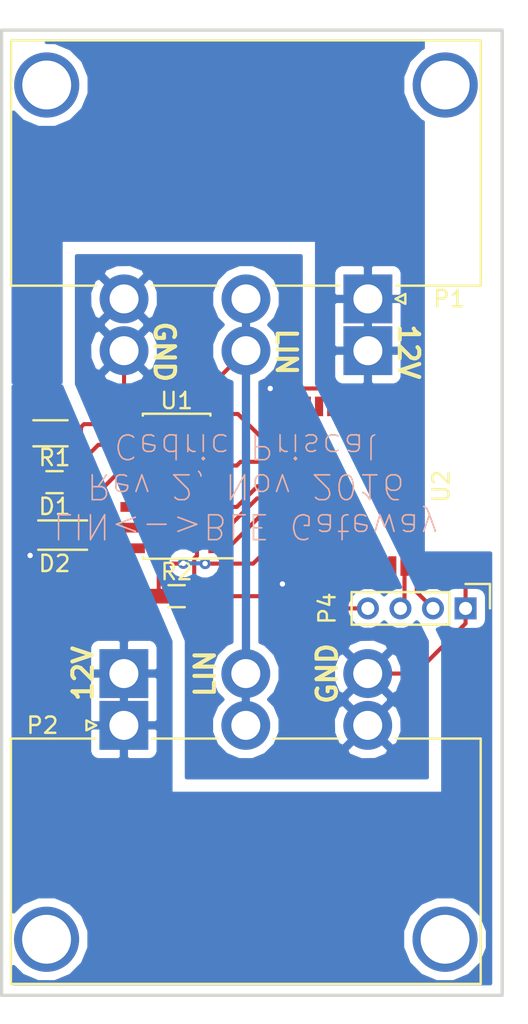
<source format=kicad_pcb>
(kicad_pcb (version 4) (host pcbnew 4.0.4+e1-6308~48~ubuntu16.04.1-stable)

  (general
    (links 33)
    (no_connects 0)
    (area 133.399999 74.399999 164.350001 133.850001)
    (thickness 1.6)
    (drawings 11)
    (tracks 95)
    (zones 0)
    (modules 9)
    (nets 13)
  )

  (page A4)
  (layers
    (0 F.Cu signal)
    (31 B.Cu signal)
    (32 B.Adhes user)
    (33 F.Adhes user)
    (34 B.Paste user)
    (35 F.Paste user)
    (36 B.SilkS user)
    (37 F.SilkS user)
    (38 B.Mask user)
    (39 F.Mask user)
    (40 Dwgs.User user)
    (41 Cmts.User user)
    (42 Eco1.User user)
    (43 Eco2.User user)
    (44 Edge.Cuts user)
    (45 Margin user)
    (46 B.CrtYd user)
    (47 F.CrtYd user)
    (48 B.Fab user)
    (49 F.Fab user)
  )

  (setup
    (last_trace_width 0.25)
    (trace_clearance 0.2)
    (zone_clearance 0.508)
    (zone_45_only no)
    (trace_min 0.1524)
    (segment_width 0.2)
    (edge_width 0.2)
    (via_size 0.6858)
    (via_drill 0.3302)
    (via_min_size 0.6858)
    (via_min_drill 0.3)
    (uvia_size 0.3)
    (uvia_drill 0.1)
    (uvias_allowed no)
    (uvia_min_size 0)
    (uvia_min_drill 0)
    (pcb_text_width 0.3)
    (pcb_text_size 1.5 1.5)
    (mod_edge_width 0.15)
    (mod_text_size 1 1)
    (mod_text_width 0.15)
    (pad_size 1.524 1.524)
    (pad_drill 0.762)
    (pad_to_mask_clearance 0.2)
    (aux_axis_origin 133.5 74.5)
    (visible_elements FFFEEFFF)
    (pcbplotparams
      (layerselection 0x00030_80000001)
      (usegerberextensions false)
      (excludeedgelayer true)
      (linewidth 0.100000)
      (plotframeref false)
      (viasonmask false)
      (mode 1)
      (useauxorigin false)
      (hpglpennumber 1)
      (hpglpenspeed 20)
      (hpglpendiameter 15)
      (hpglpenoverlay 2)
      (psnegative false)
      (psa4output false)
      (plotreference true)
      (plotvalue true)
      (plotinvisibletext false)
      (padsonsilk false)
      (subtractmaskfromsilk false)
      (outputformat 1)
      (mirror false)
      (drillshape 1)
      (scaleselection 1)
      (outputdirectory ""))
  )

  (net 0 "")
  (net 1 GND)
  (net 2 +12V)
  (net 3 "Net-(P4-Pad2)")
  (net 4 "Net-(P4-Pad3)")
  (net 5 "Net-(D1-Pad1)")
  (net 6 +3V3)
  (net 7 /CS/LWAKE)
  (net 8 /FAULT)
  (net 9 /VBAT_RATIO)
  (net 10 /RXD)
  (net 11 /TXD)
  (net 12 /12V_UNPROTECTED)

  (net_class Default "This is the default net class."
    (clearance 0.2)
    (trace_width 0.25)
    (via_dia 0.6858)
    (via_drill 0.3302)
    (uvia_dia 0.3)
    (uvia_drill 0.1)
    (add_net +12V)
    (add_net +3V3)
    (add_net /12V_UNPROTECTED)
    (add_net /CS/LWAKE)
    (add_net /FAULT)
    (add_net /RXD)
    (add_net /TXD)
    (add_net /VBAT_RATIO)
    (add_net GND)
    (add_net "Net-(D1-Pad1)")
    (add_net "Net-(P4-Pad2)")
    (add_net "Net-(P4-Pad3)")
  )

  (module Resistors_SMD:R_0603_HandSoldering (layer F.Cu) (tedit 5418A00F) (tstamp 58071F28)
    (at 144.25 109.25 180)
    (descr "Resistor SMD 0603, hand soldering")
    (tags "resistor 0603")
    (path /58073BC8)
    (attr smd)
    (fp_text reference R2 (at 0 1.5 180) (layer F.SilkS)
      (effects (font (size 1 1) (thickness 0.15)))
    )
    (fp_text value 10k (at 0 1.9 180) (layer F.Fab)
      (effects (font (size 1 1) (thickness 0.15)))
    )
    (fp_line (start -2 -0.8) (end 2 -0.8) (layer F.CrtYd) (width 0.05))
    (fp_line (start -2 0.8) (end 2 0.8) (layer F.CrtYd) (width 0.05))
    (fp_line (start -2 -0.8) (end -2 0.8) (layer F.CrtYd) (width 0.05))
    (fp_line (start 2 -0.8) (end 2 0.8) (layer F.CrtYd) (width 0.05))
    (fp_line (start 0.5 0.675) (end -0.5 0.675) (layer F.SilkS) (width 0.15))
    (fp_line (start -0.5 -0.675) (end 0.5 -0.675) (layer F.SilkS) (width 0.15))
    (pad 1 smd rect (at -1.1 0 180) (size 1.2 0.9) (layers F.Cu F.Paste F.Mask)
      (net 6 +3V3))
    (pad 2 smd rect (at 1.1 0 180) (size 1.2 0.9) (layers F.Cu F.Paste F.Mask)
      (net 8 /FAULT))
    (model Resistors_SMD.3dshapes/R_0603_HandSoldering.wrl
      (at (xyz 0 0 0))
      (scale (xyz 1 1 1))
      (rotate (xyz 0 0 0))
    )
  )

  (module footprints:BL652-SA (layer F.Cu) (tedit 580709F4) (tstamp 580718EF)
    (at 157.5 102.5 270)
    (path /5807152B)
    (fp_text reference U2 (at 0 -3 270) (layer F.SilkS)
      (effects (font (size 1 1) (thickness 0.15)))
    )
    (fp_text value BL652 (at -0.65 -3.3 270) (layer F.Fab)
      (effects (font (size 1 1) (thickness 0.15)))
    )
    (fp_line (start -5 7.3) (end -5 -6.7) (layer F.CrtYd) (width 0.15))
    (fp_line (start 5 7.3) (end -5 7.3) (layer F.CrtYd) (width 0.15))
    (fp_line (start 5 -6.7) (end 5 7.3) (layer F.CrtYd) (width 0.15))
    (fp_line (start 5 -6.7) (end -5 -6.7) (layer F.CrtYd) (width 0.15))
    (pad 1 smd rect (at 4.9 -4.5 270) (size 1.2 0.5) (layers F.Cu F.Paste F.Mask)
      (net 1 GND))
    (pad 2 smd rect (at 4.9 -3.75 270) (size 1.2 0.5) (layers F.Cu F.Paste F.Mask))
    (pad 3 smd rect (at 4.9 -3 270) (size 1.2 0.5) (layers F.Cu F.Paste F.Mask))
    (pad 4 smd rect (at 4.9 -2.25 270) (size 1.2 0.5) (layers F.Cu F.Paste F.Mask))
    (pad 5 smd rect (at 4.9 -1.5 270) (size 1.2 0.5) (layers F.Cu F.Paste F.Mask)
      (net 3 "Net-(P4-Pad2)"))
    (pad 6 smd rect (at 4.9 -0.75 270) (size 1.2 0.5) (layers F.Cu F.Paste F.Mask)
      (net 4 "Net-(P4-Pad3)"))
    (pad 7 smd rect (at 4.9 0 270) (size 1.2 0.5) (layers F.Cu F.Paste F.Mask))
    (pad 8 smd rect (at 4.9 0.75 270) (size 1.2 0.5) (layers F.Cu F.Paste F.Mask))
    (pad 9 smd rect (at 4.9 1.5 270) (size 1.2 0.5) (layers F.Cu F.Paste F.Mask))
    (pad 10 smd rect (at 4.9 2.25 270) (size 1.2 0.5) (layers F.Cu F.Paste F.Mask))
    (pad 11 smd rect (at 4.9 3 270) (size 1.2 0.5) (layers F.Cu F.Paste F.Mask))
    (pad 12 smd rect (at 4.9 3.75 270) (size 1.2 0.5) (layers F.Cu F.Paste F.Mask))
    (pad 13 smd rect (at 4.9 4.5 270) (size 1.2 0.5) (layers F.Cu F.Paste F.Mask))
    (pad 14 smd rect (at 4.9 5.25 270) (size 1.2 0.5) (layers F.Cu F.Paste F.Mask))
    (pad 15 smd rect (at 4.9 6 270) (size 1.2 0.5) (layers F.Cu F.Paste F.Mask))
    (pad 16 smd rect (at 4.9 6.75 270) (size 1.2 0.5) (layers F.Cu F.Paste F.Mask)
      (net 1 GND))
    (pad 17 smd rect (at 3.75 7.2 180) (size 1.2 0.5) (layers F.Cu F.Paste F.Mask)
      (net 8 /FAULT))
    (pad 18 smd rect (at 3 7.2 180) (size 1.2 0.5) (layers F.Cu F.Paste F.Mask))
    (pad 19 smd rect (at 2.25 7.2 180) (size 1.2 0.5) (layers F.Cu F.Paste F.Mask))
    (pad 20 smd rect (at 1.5 7.2 180) (size 1.2 0.5) (layers F.Cu F.Paste F.Mask)
      (net 9 /VBAT_RATIO))
    (pad 21 smd rect (at 0.75 7.2 180) (size 1.2 0.5) (layers F.Cu F.Paste F.Mask)
      (net 10 /RXD))
    (pad 22 smd rect (at 0 7.2 180) (size 1.2 0.5) (layers F.Cu F.Paste F.Mask)
      (net 7 /CS/LWAKE))
    (pad 23 smd rect (at -0.75 7.2 180) (size 1.2 0.5) (layers F.Cu F.Paste F.Mask))
    (pad 24 smd rect (at -1.5 7.2 180) (size 1.2 0.5) (layers F.Cu F.Paste F.Mask)
      (net 11 /TXD))
    (pad 25 smd rect (at -2.25 7.2 180) (size 1.2 0.5) (layers F.Cu F.Paste F.Mask))
    (pad 26 smd rect (at -3 7.2 180) (size 1.2 0.5) (layers F.Cu F.Paste F.Mask)
      (net 6 +3V3))
    (pad 27 smd rect (at -3.75 7.2 180) (size 1.2 0.5) (layers F.Cu F.Paste F.Mask)
      (net 1 GND))
    (pad 28 smd rect (at -4.9 6.75 270) (size 1.2 0.5) (layers F.Cu F.Paste F.Mask))
    (pad 29 smd rect (at -4.9 6 270) (size 1.2 0.5) (layers F.Cu F.Paste F.Mask))
    (pad 30 smd rect (at -4.9 5.25 270) (size 1.2 0.5) (layers F.Cu F.Paste F.Mask))
    (pad 31 smd rect (at -4.9 4.5 270) (size 1.2 0.5) (layers F.Cu F.Paste F.Mask))
    (pad 32 smd rect (at -4.9 3.75 270) (size 1.2 0.5) (layers F.Cu F.Paste F.Mask))
    (pad 33 smd rect (at -4.9 3 270) (size 1.2 0.5) (layers F.Cu F.Paste F.Mask))
    (pad 34 smd rect (at -4.9 2.25 270) (size 1.2 0.5) (layers F.Cu F.Paste F.Mask))
    (pad 35 smd rect (at -4.9 1.5 270) (size 1.2 0.5) (layers F.Cu F.Paste F.Mask))
    (pad 36 smd rect (at -4.9 0.75 270) (size 1.2 0.5) (layers F.Cu F.Paste F.Mask))
    (pad 37 smd rect (at -4.9 0 270) (size 1.2 0.5) (layers F.Cu F.Paste F.Mask))
    (pad 38 smd rect (at -4.9 -0.75 270) (size 1.2 0.5) (layers F.Cu F.Paste F.Mask))
    (pad 39 smd rect (at -4.9 -1.5 270) (size 1.2 0.5) (layers F.Cu F.Paste F.Mask)
      (net 1 GND))
  )

  (module Housings_SOIC:SOIC-14_3.9x8.7mm_Pitch1.27mm (layer F.Cu) (tedit 574D9791) (tstamp 580718C0)
    (at 144.25 102.5 180)
    (descr "14-Lead Plastic Small Outline (SL) - Narrow, 3.90 mm Body [SOIC] (see Microchip Packaging Specification 00000049BS.pdf)")
    (tags "SOIC 1.27")
    (path /5807224D)
    (attr smd)
    (fp_text reference U1 (at 0 5.25 180) (layer F.SilkS)
      (effects (font (size 1 1) (thickness 0.15)))
    )
    (fp_text value MCP2050 (at 0 5.375 180) (layer F.Fab)
      (effects (font (size 1 1) (thickness 0.15)))
    )
    (fp_line (start -0.95 -4.35) (end 1.95 -4.35) (layer F.Fab) (width 0.15))
    (fp_line (start 1.95 -4.35) (end 1.95 4.35) (layer F.Fab) (width 0.15))
    (fp_line (start 1.95 4.35) (end -1.95 4.35) (layer F.Fab) (width 0.15))
    (fp_line (start -1.95 4.35) (end -1.95 -3.35) (layer F.Fab) (width 0.15))
    (fp_line (start -1.95 -3.35) (end -0.95 -4.35) (layer F.Fab) (width 0.15))
    (fp_line (start -3.7 -4.65) (end -3.7 4.65) (layer F.CrtYd) (width 0.05))
    (fp_line (start 3.7 -4.65) (end 3.7 4.65) (layer F.CrtYd) (width 0.05))
    (fp_line (start -3.7 -4.65) (end 3.7 -4.65) (layer F.CrtYd) (width 0.05))
    (fp_line (start -3.7 4.65) (end 3.7 4.65) (layer F.CrtYd) (width 0.05))
    (fp_line (start -2.075 -4.45) (end -2.075 -4.425) (layer F.SilkS) (width 0.15))
    (fp_line (start 2.075 -4.45) (end 2.075 -4.335) (layer F.SilkS) (width 0.15))
    (fp_line (start 2.075 4.45) (end 2.075 4.335) (layer F.SilkS) (width 0.15))
    (fp_line (start -2.075 4.45) (end -2.075 4.335) (layer F.SilkS) (width 0.15))
    (fp_line (start -2.075 -4.45) (end 2.075 -4.45) (layer F.SilkS) (width 0.15))
    (fp_line (start -2.075 4.45) (end 2.075 4.45) (layer F.SilkS) (width 0.15))
    (fp_line (start -2.075 -4.425) (end -3.45 -4.425) (layer F.SilkS) (width 0.15))
    (pad 1 smd rect (at -2.7 -3.81 180) (size 1.5 0.6) (layers F.Cu F.Paste F.Mask)
      (net 9 /VBAT_RATIO))
    (pad 2 smd rect (at -2.7 -2.54 180) (size 1.5 0.6) (layers F.Cu F.Paste F.Mask)
      (net 10 /RXD))
    (pad 3 smd rect (at -2.7 -1.27 180) (size 1.5 0.6) (layers F.Cu F.Paste F.Mask)
      (net 7 /CS/LWAKE))
    (pad 4 smd rect (at -2.7 0 180) (size 1.5 0.6) (layers F.Cu F.Paste F.Mask)
      (net 6 +3V3))
    (pad 5 smd rect (at -2.7 1.27 180) (size 1.5 0.6) (layers F.Cu F.Paste F.Mask)
      (net 11 /TXD))
    (pad 6 smd rect (at -2.7 2.54 180) (size 1.5 0.6) (layers F.Cu F.Paste F.Mask))
    (pad 7 smd rect (at -2.7 3.81 180) (size 1.5 0.6) (layers F.Cu F.Paste F.Mask))
    (pad 8 smd rect (at 2.7 3.81 180) (size 1.5 0.6) (layers F.Cu F.Paste F.Mask)
      (net 1 GND))
    (pad 9 smd rect (at 2.7 2.54 180) (size 1.5 0.6) (layers F.Cu F.Paste F.Mask)
      (net 5 "Net-(D1-Pad1)"))
    (pad 10 smd rect (at 2.7 1.27 180) (size 1.5 0.6) (layers F.Cu F.Paste F.Mask)
      (net 2 +12V))
    (pad 11 smd rect (at 2.7 0 180) (size 1.5 0.6) (layers F.Cu F.Paste F.Mask)
      (net 8 /FAULT))
    (pad 12 smd rect (at 2.7 -1.27 180) (size 1.5 0.6) (layers F.Cu F.Paste F.Mask))
    (pad 13 smd rect (at 2.7 -2.54 180) (size 1.5 0.6) (layers F.Cu F.Paste F.Mask))
    (pad 14 smd rect (at 2.7 -3.81 180) (size 1.5 0.6) (layers F.Cu F.Paste F.Mask))
    (model Housings_SOIC.3dshapes/SOIC-14_3.9x8.7mm_Pitch1.27mm.wrl
      (at (xyz 0 0 0))
      (scale (xyz 1 1 1))
      (rotate (xyz 0 0 0))
    )
  )

  (module Diodes_SMD:SOD-323_HandSoldering (layer F.Cu) (tedit 57A875DC) (tstamp 580859B7)
    (at 136.75 99.25)
    (descr SOD-323)
    (tags SOD-323)
    (path /58088341)
    (attr smd)
    (fp_text reference D1 (at 0 4.5) (layer F.SilkS)
      (effects (font (size 1 1) (thickness 0.15)))
    )
    (fp_text value RSB36V (at 0.1 1.9) (layer F.Fab)
      (effects (font (size 1 1) (thickness 0.15)))
    )
    (fp_line (start 0.2 0) (end 0.45 0) (layer F.Fab) (width 0.15))
    (fp_line (start 0.2 0.35) (end -0.3 0) (layer F.Fab) (width 0.15))
    (fp_line (start 0.2 -0.35) (end 0.2 0.35) (layer F.Fab) (width 0.15))
    (fp_line (start -0.3 0) (end 0.2 -0.35) (layer F.Fab) (width 0.15))
    (fp_line (start -0.3 0) (end -0.5 0) (layer F.Fab) (width 0.15))
    (fp_line (start -0.3 -0.35) (end -0.3 0.35) (layer F.Fab) (width 0.15))
    (fp_line (start -0.85 0.65) (end -0.85 -0.65) (layer F.Fab) (width 0.15))
    (fp_line (start 0.85 0.65) (end -0.85 0.65) (layer F.Fab) (width 0.15))
    (fp_line (start 0.85 -0.65) (end 0.85 0.65) (layer F.Fab) (width 0.15))
    (fp_line (start -0.85 -0.65) (end 0.85 -0.65) (layer F.Fab) (width 0.15))
    (fp_line (start -1.9 -0.95) (end 1.9 -0.95) (layer F.CrtYd) (width 0.05))
    (fp_line (start 1.9 -0.95) (end 1.9 0.95) (layer F.CrtYd) (width 0.05))
    (fp_line (start -1.9 0.95) (end 1.9 0.95) (layer F.CrtYd) (width 0.05))
    (fp_line (start -1.9 -0.95) (end -1.9 0.95) (layer F.CrtYd) (width 0.05))
    (fp_line (start -1.3 0.8) (end 0.8 0.8) (layer F.SilkS) (width 0.15))
    (fp_line (start -1.3 -0.8) (end 0.8 -0.8) (layer F.SilkS) (width 0.15))
    (pad 1 smd rect (at -1.25 0) (size 1 1) (layers F.Cu F.Paste F.Mask)
      (net 5 "Net-(D1-Pad1)"))
    (pad 2 smd rect (at 1.25 0) (size 1 1) (layers F.Cu F.Paste F.Mask)
      (net 1 GND))
    (model Diodes_SMD.3dshapes/SOD-323.wrl
      (at (xyz 0 0 0))
      (scale (xyz 1 1 1))
      (rotate (xyz 0 0 180))
    )
  )

  (module Diodes_SMD:SOD-123 (layer F.Cu) (tedit 5753A53E) (tstamp 580859BD)
    (at 136.75 105.5 180)
    (descr SOD-123)
    (tags SOD-123)
    (path /58088008)
    (attr smd)
    (fp_text reference D2 (at 0 -1.75 180) (layer F.SilkS)
      (effects (font (size 1 1) (thickness 0.15)))
    )
    (fp_text value D (at 0 2.1 180) (layer F.Fab)
      (effects (font (size 1 1) (thickness 0.15)))
    )
    (fp_line (start 0.25 0) (end 0.75 0) (layer F.Fab) (width 0.15))
    (fp_line (start 0.25 0.4) (end -0.35 0) (layer F.Fab) (width 0.15))
    (fp_line (start 0.25 -0.4) (end 0.25 0.4) (layer F.Fab) (width 0.15))
    (fp_line (start -0.35 0) (end 0.25 -0.4) (layer F.Fab) (width 0.15))
    (fp_line (start -0.35 0) (end -0.35 0.55) (layer F.Fab) (width 0.15))
    (fp_line (start -0.35 0) (end -0.35 -0.55) (layer F.Fab) (width 0.15))
    (fp_line (start -0.75 0) (end -0.35 0) (layer F.Fab) (width 0.15))
    (fp_line (start -1.35 0.8) (end -1.35 -0.8) (layer F.Fab) (width 0.15))
    (fp_line (start 1.35 0.8) (end -1.35 0.8) (layer F.Fab) (width 0.15))
    (fp_line (start 1.35 -0.8) (end 1.35 0.8) (layer F.Fab) (width 0.15))
    (fp_line (start -1.35 -0.8) (end 1.35 -0.8) (layer F.Fab) (width 0.15))
    (fp_line (start -2.25 -1.05) (end 2.25 -1.05) (layer F.CrtYd) (width 0.05))
    (fp_line (start 2.25 -1.05) (end 2.25 1.05) (layer F.CrtYd) (width 0.05))
    (fp_line (start 2.25 1.05) (end -2.25 1.05) (layer F.CrtYd) (width 0.05))
    (fp_line (start -2.25 -1.05) (end -2.25 1.05) (layer F.CrtYd) (width 0.05))
    (fp_line (start -2 0.9) (end 1 0.9) (layer F.SilkS) (width 0.15))
    (fp_line (start -2 -0.9) (end 1 -0.9) (layer F.SilkS) (width 0.15))
    (pad 1 smd rect (at -1.635 0 180) (size 0.91 1.22) (layers F.Cu F.Paste F.Mask)
      (net 2 +12V))
    (pad 2 smd rect (at 1.635 0 180) (size 0.91 1.22) (layers F.Cu F.Paste F.Mask)
      (net 12 /12V_UNPROTECTED))
    (model ${KISYS3DMOD}/Diodes_SMD.3dshapes/SOD-123.wrl
      (at (xyz 0 0 0))
      (scale (xyz 1 1 1))
      (rotate (xyz 0 0 0))
    )
  )

  (module Pin_Headers:Pin_Header_Straight_1x04_Pitch2.00mm (layer F.Cu) (tedit 56FA75DA) (tstamp 58085EF5)
    (at 162 110 270)
    (descr "Through hole pin header, 1x04, 2.00mm pitch, single row")
    (tags "pin header single row")
    (path /580874C5)
    (fp_text reference P4 (at 0 8.5 270) (layer F.SilkS)
      (effects (font (size 1 1) (thickness 0.15)))
    )
    (fp_text value CONN_01X03 (at 0 -3 270) (layer F.Fab)
      (effects (font (size 1 1) (thickness 0.15)))
    )
    (fp_line (start -1 1) (end 1 1) (layer F.SilkS) (width 0.15))
    (fp_line (start 1 1) (end 1 7) (layer F.SilkS) (width 0.15))
    (fp_line (start 1 7) (end -1 7) (layer F.SilkS) (width 0.15))
    (fp_line (start -1 7) (end -1 1) (layer F.SilkS) (width 0.15))
    (fp_line (start -1.6 -1.6) (end 1.6 -1.6) (layer F.CrtYd) (width 0.05))
    (fp_line (start 1.6 -1.6) (end 1.6 7.6) (layer F.CrtYd) (width 0.05))
    (fp_line (start 1.6 7.6) (end -1.6 7.6) (layer F.CrtYd) (width 0.05))
    (fp_line (start -1.6 7.6) (end -1.6 -1.6) (layer F.CrtYd) (width 0.05))
    (fp_line (start -1.5 0) (end -1.5 -1.5) (layer F.SilkS) (width 0.15))
    (fp_line (start -1.5 -1.5) (end 0 -1.5) (layer F.SilkS) (width 0.15))
    (pad 1 thru_hole rect (at 0 0 270) (size 1.35 1.35) (drill 0.8) (layers *.Cu *.Mask)
      (net 1 GND))
    (pad 2 thru_hole circle (at 0 2 270) (size 1.35 1.35) (drill 0.8) (layers *.Cu *.Mask)
      (net 3 "Net-(P4-Pad2)"))
    (pad 3 thru_hole circle (at 0 4 270) (size 1.35 1.35) (drill 0.8) (layers *.Cu *.Mask)
      (net 4 "Net-(P4-Pad3)"))
    (pad 4 thru_hole circle (at 0 6 270) (size 1.35 1.35) (drill 0.8) (layers *.Cu *.Mask)
      (net 6 +3V3))
    (model /home/cpriscal/Projets/lin_modules/lin_bluetooth_gateway/Pin_Header_Straight_1x04_Pitch2.00mm.wrl
      (at (xyz 0 0 0))
      (scale (xyz 1 1 1))
      (rotate (xyz 0 0 0))
    )
  )

  (module Resistors_SMD:R_0603_HandSoldering (layer F.Cu) (tedit 58307AEF) (tstamp 583D1F64)
    (at 136.75 102.25)
    (descr "Resistor SMD 0603, hand soldering")
    (tags "resistor 0603")
    (path /583D2468)
    (attr smd)
    (fp_text reference R1 (at 0 -1.5) (layer F.SilkS)
      (effects (font (size 1 1) (thickness 0.15)))
    )
    (fp_text value 10k (at 0 1.9) (layer F.Fab)
      (effects (font (size 1 1) (thickness 0.15)))
    )
    (fp_line (start -0.8 0.4) (end -0.8 -0.4) (layer F.Fab) (width 0.1))
    (fp_line (start 0.8 0.4) (end -0.8 0.4) (layer F.Fab) (width 0.1))
    (fp_line (start 0.8 -0.4) (end 0.8 0.4) (layer F.Fab) (width 0.1))
    (fp_line (start -0.8 -0.4) (end 0.8 -0.4) (layer F.Fab) (width 0.1))
    (fp_line (start -2 -0.8) (end 2 -0.8) (layer F.CrtYd) (width 0.05))
    (fp_line (start -2 0.8) (end 2 0.8) (layer F.CrtYd) (width 0.05))
    (fp_line (start -2 -0.8) (end -2 0.8) (layer F.CrtYd) (width 0.05))
    (fp_line (start 2 -0.8) (end 2 0.8) (layer F.CrtYd) (width 0.05))
    (fp_line (start 0.5 0.675) (end -0.5 0.675) (layer F.SilkS) (width 0.15))
    (fp_line (start -0.5 -0.675) (end 0.5 -0.675) (layer F.SilkS) (width 0.15))
    (pad 1 smd rect (at -1.1 0) (size 1.2 0.9) (layers F.Cu F.Paste F.Mask)
      (net 2 +12V))
    (pad 2 smd rect (at 1.1 0) (size 1.2 0.9) (layers F.Cu F.Paste F.Mask)
      (net 5 "Net-(D1-Pad1)"))
    (model Resistors_SMD.3dshapes/R_0603_HandSoldering.wrl
      (at (xyz 0 0 0))
      (scale (xyz 1 1 1))
      (rotate (xyz 0 0 0))
    )
  )

  (module Connectors_Molex:Molex_Sabre_43160-XX03_03x7.49mm_Angled_BoardLock (layer F.Cu) (tedit 5794C14F) (tstamp 583D3374)
    (at 156 91 180)
    (descr "Sabre™ Right Angle Header, 43160-XX03, http://www.molex.com/pdm_docs/sd/431601102_sd.pdf")
    (tags "connector molex sabre 43160")
    (path /583D301B)
    (fp_text reference P1 (at -5 0 180) (layer F.SilkS)
      (effects (font (size 1 1) (thickness 0.15)))
    )
    (fp_text value MOLEX-0431603103 (at 7.49 17.5 180) (layer F.Fab)
      (effects (font (size 1 1) (thickness 0.15)))
    )
    (fp_line (start -1.7 0) (end -2.3 0.3) (layer F.SilkS) (width 0.15))
    (fp_line (start -2.3 0.3) (end -2.3 -0.3) (layer F.SilkS) (width 0.15))
    (fp_line (start -2.3 -0.3) (end -1.7 0) (layer F.SilkS) (width 0.15))
    (fp_line (start -6.94 0.81) (end -6.94 15.87) (layer F.SilkS) (width 0.15))
    (fp_line (start -6.94 15.87) (end 21.92 15.87) (layer F.SilkS) (width 0.15))
    (fp_line (start 21.92 15.87) (end 21.92 0.81) (layer F.SilkS) (width 0.15))
    (fp_line (start -6.94 0.81) (end -1.75 0.81) (layer F.SilkS) (width 0.15))
    (fp_line (start 1.75 0.81) (end 5.74 0.81) (layer F.SilkS) (width 0.15))
    (fp_line (start 9.24 0.81) (end 13.23 0.81) (layer F.SilkS) (width 0.15))
    (fp_line (start 16.73 0.81) (end 21.92 0.81) (layer F.SilkS) (width 0.15))
    (fp_line (start -7.55 -5.2) (end -7.55 16.45) (layer F.CrtYd) (width 0.05))
    (fp_line (start -7.55 16.45) (end 22.5 16.45) (layer F.CrtYd) (width 0.05))
    (fp_line (start 22.5 16.45) (end 22.5 -5.2) (layer F.CrtYd) (width 0.05))
    (fp_line (start 22.5 -5.2) (end -7.55 -5.2) (layer F.CrtYd) (width 0.05))
    (pad 1 thru_hole rect (at 0 0 180) (size 3 3) (drill 1.78) (layers *.Cu *.Mask)
      (net 12 /12V_UNPROTECTED))
    (pad 1 thru_hole rect (at 0 -3.18 180) (size 3 3) (drill 1.78) (layers *.Cu *.Mask)
      (net 12 /12V_UNPROTECTED))
    (pad 2 thru_hole circle (at 7.49 0 180) (size 3 3) (drill 1.78) (layers *.Cu *.Mask)
      (net 5 "Net-(D1-Pad1)"))
    (pad 2 thru_hole circle (at 7.49 -3.18 180) (size 3 3) (drill 1.78) (layers *.Cu *.Mask)
      (net 5 "Net-(D1-Pad1)"))
    (pad 3 thru_hole circle (at 14.98 0 180) (size 3 3) (drill 1.78) (layers *.Cu *.Mask)
      (net 1 GND))
    (pad 3 thru_hole circle (at 14.98 -3.18 180) (size 3 3) (drill 1.78) (layers *.Cu *.Mask)
      (net 1 GND))
    (pad "" thru_hole circle (at -4.75 13.13 180) (size 4 4) (drill 3) (layers *.Cu *.Mask))
    (pad "" thru_hole circle (at 19.73 13.13 180) (size 4 4) (drill 3) (layers *.Cu *.Mask))
    (model /home/cpriscal/Projets/lin_modules/lin_bluetooth_gateway/Molex_Sabre_43160-XX03_03x7.49mm_Angled_BoardLock.wrl
      (at (xyz 0 0 0))
      (scale (xyz 1 1 1))
      (rotate (xyz 0 0 0))
    )
  )

  (module Connectors_Molex:Molex_Sabre_43160-XX03_03x7.49mm_Angled_BoardLock (layer F.Cu) (tedit 5794C14F) (tstamp 583FBBC9)
    (at 141.01 117.18)
    (descr "Sabre™ Right Angle Header, 43160-XX03, http://www.molex.com/pdm_docs/sd/431601102_sd.pdf")
    (tags "connector molex sabre 43160")
    (path /583FBC94)
    (fp_text reference P2 (at -5 0) (layer F.SilkS)
      (effects (font (size 1 1) (thickness 0.15)))
    )
    (fp_text value MOLEX-0431603103 (at 7.49 17.5) (layer F.Fab)
      (effects (font (size 1 1) (thickness 0.15)))
    )
    (fp_line (start -1.7 0) (end -2.3 0.3) (layer F.SilkS) (width 0.15))
    (fp_line (start -2.3 0.3) (end -2.3 -0.3) (layer F.SilkS) (width 0.15))
    (fp_line (start -2.3 -0.3) (end -1.7 0) (layer F.SilkS) (width 0.15))
    (fp_line (start -6.94 0.81) (end -6.94 15.87) (layer F.SilkS) (width 0.15))
    (fp_line (start -6.94 15.87) (end 21.92 15.87) (layer F.SilkS) (width 0.15))
    (fp_line (start 21.92 15.87) (end 21.92 0.81) (layer F.SilkS) (width 0.15))
    (fp_line (start -6.94 0.81) (end -1.75 0.81) (layer F.SilkS) (width 0.15))
    (fp_line (start 1.75 0.81) (end 5.74 0.81) (layer F.SilkS) (width 0.15))
    (fp_line (start 9.24 0.81) (end 13.23 0.81) (layer F.SilkS) (width 0.15))
    (fp_line (start 16.73 0.81) (end 21.92 0.81) (layer F.SilkS) (width 0.15))
    (fp_line (start -7.55 -5.2) (end -7.55 16.45) (layer F.CrtYd) (width 0.05))
    (fp_line (start -7.55 16.45) (end 22.5 16.45) (layer F.CrtYd) (width 0.05))
    (fp_line (start 22.5 16.45) (end 22.5 -5.2) (layer F.CrtYd) (width 0.05))
    (fp_line (start 22.5 -5.2) (end -7.55 -5.2) (layer F.CrtYd) (width 0.05))
    (pad 1 thru_hole rect (at 0 0) (size 3 3) (drill 1.78) (layers *.Cu *.Mask)
      (net 12 /12V_UNPROTECTED))
    (pad 1 thru_hole rect (at 0 -3.18) (size 3 3) (drill 1.78) (layers *.Cu *.Mask)
      (net 12 /12V_UNPROTECTED))
    (pad 2 thru_hole circle (at 7.49 0) (size 3 3) (drill 1.78) (layers *.Cu *.Mask)
      (net 5 "Net-(D1-Pad1)"))
    (pad 2 thru_hole circle (at 7.49 -3.18) (size 3 3) (drill 1.78) (layers *.Cu *.Mask)
      (net 5 "Net-(D1-Pad1)"))
    (pad 3 thru_hole circle (at 14.98 0) (size 3 3) (drill 1.78) (layers *.Cu *.Mask)
      (net 1 GND))
    (pad 3 thru_hole circle (at 14.98 -3.18) (size 3 3) (drill 1.78) (layers *.Cu *.Mask)
      (net 1 GND))
    (pad "" thru_hole circle (at -4.75 13.13) (size 4 4) (drill 3) (layers *.Cu *.Mask))
    (pad "" thru_hole circle (at 19.73 13.13) (size 4 4) (drill 3) (layers *.Cu *.Mask))
    (model /home/cpriscal/Projets/lin_modules/lin_bluetooth_gateway/Molex_Sabre_43160-XX03_03x7.49mm_Angled_BoardLock.wrl
      (at (xyz 0 0 0))
      (scale (xyz 1 1 1))
      (rotate (xyz 0 0 0))
    )
  )

  (gr_text 12V (at 158.5 94.25 270) (layer F.SilkS) (tstamp 583FCF22)
    (effects (font (size 1.2 1.2) (thickness 0.25)))
  )
  (gr_text LIN (at 151 94.25 270) (layer F.SilkS) (tstamp 583FCF0D)
    (effects (font (size 1.2 1.2) (thickness 0.25)))
  )
  (gr_text GND (at 143.5 94.25 270) (layer F.SilkS) (tstamp 583FCEF7)
    (effects (font (size 1.2 1.2) (thickness 0.25)))
  )
  (gr_line (start 133.5 133.75) (end 133.5 74.5) (layer Edge.Cuts) (width 0.2))
  (gr_line (start 164.25 133.75) (end 133.5 133.75) (layer Edge.Cuts) (width 0.2))
  (gr_line (start 164.25 74.5) (end 164.25 133.75) (layer Edge.Cuts) (width 0.2))
  (gr_line (start 133.5 74.5) (end 164.25 74.5) (layer Edge.Cuts) (width 0.2))
  (gr_text "LIN<->BLE Gateway\nRev 2, Nov 2016\nCedric Priscal" (at 148.5 102.5 180) (layer B.SilkS)
    (effects (font (thickness 0.1016)) (justify mirror))
  )
  (gr_text 12V (at 138.5 114 90) (layer F.SilkS) (tstamp 580866BB)
    (effects (font (size 1.2 1.2) (thickness 0.25)))
  )
  (gr_text GND (at 153.5 114 90) (layer F.SilkS) (tstamp 580866A5)
    (effects (font (size 1.2 1.2) (thickness 0.25)))
  )
  (gr_text LIN (at 146 114 90) (layer F.SilkS) (tstamp 58086673)
    (effects (font (size 1.2 1.2) (thickness 0.25)))
  )

  (segment (start 164.25 111) (end 164.25 96.25) (width 0.25) (layer Dwgs.User) (net 0))
  (segment (start 164.25 96.5) (end 164.25 111) (width 0.25) (layer Dwgs.User) (net 0))
  (segment (start 141.02 94.18) (end 141.02 98.16) (width 0.25) (layer F.Cu) (net 1))
  (segment (start 141.02 98.16) (end 141.55 98.69) (width 0.25) (layer F.Cu) (net 1))
  (segment (start 150.3 98.75) (end 149.95 98.75) (width 0.25) (layer F.Cu) (net 1))
  (segment (start 149.95 98.75) (end 149.45 98.25) (width 0.25) (layer F.Cu) (net 1))
  (segment (start 149.657101 96.842899) (end 150 96.5) (width 0.25) (layer F.Cu) (net 1))
  (segment (start 149.45 98.25) (end 149.45 97.05) (width 0.25) (layer F.Cu) (net 1))
  (segment (start 149.45 97.05) (end 149.657101 96.842899) (width 0.25) (layer F.Cu) (net 1))
  (segment (start 159 97.6) (end 159 96.75) (width 0.25) (layer F.Cu) (net 1))
  (segment (start 159 96.75) (end 158.75 96.5) (width 0.25) (layer F.Cu) (net 1))
  (segment (start 158.75 96.5) (end 150 96.5) (width 0.25) (layer F.Cu) (net 1))
  (via (at 150 96.5) (size 0.6858) (drill 0.3302) (layers F.Cu B.Cu) (net 1))
  (segment (start 150.75 107.4) (end 150.75 108.5) (width 0.25) (layer F.Cu) (net 1))
  (via (at 150.75 108.5) (size 0.6858) (drill 0.3302) (layers F.Cu B.Cu) (net 1))
  (segment (start 162 110) (end 162 110.925) (width 0.25) (layer F.Cu) (net 1))
  (segment (start 162 110.925) (end 158.925 114) (width 0.25) (layer F.Cu) (net 1))
  (segment (start 158.925 114) (end 158.11132 114) (width 0.25) (layer F.Cu) (net 1))
  (segment (start 158.11132 114) (end 155.99 114) (width 0.25) (layer F.Cu) (net 1))
  (segment (start 155.99 113.74) (end 155.99 114) (width 0.25) (layer B.Cu) (net 1))
  (segment (start 162 110) (end 162 107.4) (width 0.25) (layer F.Cu) (net 1))
  (segment (start 141.55 98.69) (end 138.56 98.69) (width 0.25) (layer F.Cu) (net 1))
  (segment (start 138.56 98.69) (end 138 99.25) (width 0.25) (layer F.Cu) (net 1))
  (segment (start 141.55 101.23) (end 141.1 101.23) (width 0.25) (layer F.Cu) (net 2))
  (segment (start 141.1 101.23) (end 138.385 103.945) (width 0.25) (layer F.Cu) (net 2))
  (segment (start 138.385 103.945) (end 138.385 104.64) (width 0.25) (layer F.Cu) (net 2))
  (segment (start 138.385 104.64) (end 138.385 105.5) (width 0.25) (layer F.Cu) (net 2))
  (segment (start 135.65 102.25) (end 135.8 102.25) (width 0.25) (layer F.Cu) (net 2))
  (segment (start 135.8 102.25) (end 138.385 104.835) (width 0.25) (layer F.Cu) (net 2))
  (segment (start 138.385 104.835) (end 138.385 105.5) (width 0.25) (layer F.Cu) (net 2))
  (segment (start 160 110) (end 159 109) (width 0.25) (layer F.Cu) (net 3))
  (segment (start 159 109) (end 159 107.4) (width 0.25) (layer F.Cu) (net 3))
  (segment (start 158 110) (end 158.25 109.75) (width 0.25) (layer F.Cu) (net 4))
  (segment (start 158.25 109.75) (end 158.25 108.25) (width 0.25) (layer F.Cu) (net 4))
  (segment (start 158.25 108.25) (end 158.25 107.4) (width 0.25) (layer F.Cu) (net 4))
  (segment (start 141.55 99.96) (end 142.73 99.96) (width 0.25) (layer F.Cu) (net 5))
  (segment (start 142.73 99.96) (end 148.51 94.18) (width 0.25) (layer F.Cu) (net 5))
  (segment (start 148.51 94.18) (end 148.51 100) (width 0.508) (layer B.Cu) (net 5))
  (segment (start 148.51 100) (end 148.51 113.99) (width 0.508) (layer B.Cu) (net 5))
  (segment (start 141.55 99.96) (end 139.44 99.96) (width 0.25) (layer F.Cu) (net 5))
  (segment (start 139.44 99.96) (end 137.85 101.55) (width 0.25) (layer F.Cu) (net 5))
  (segment (start 137.85 101.55) (end 137.85 102.25) (width 0.25) (layer F.Cu) (net 5))
  (segment (start 135.5 99.25) (end 136.25 99.25) (width 0.25) (layer F.Cu) (net 5))
  (segment (start 137.85 100.85) (end 137.85 101.55) (width 0.25) (layer F.Cu) (net 5))
  (segment (start 136.25 99.25) (end 137.85 100.85) (width 0.25) (layer F.Cu) (net 5))
  (segment (start 148.5 114) (end 148.5 117.18) (width 0.508) (layer B.Cu) (net 5))
  (segment (start 148.51 113.99) (end 148.5 114) (width 0.25) (layer B.Cu) (net 5))
  (segment (start 148.51 91) (end 148.51 94.18) (width 0.508) (layer B.Cu) (net 5))
  (segment (start 145.35 108.55) (end 145.332098 108.532098) (width 0.25) (layer F.Cu) (net 6))
  (segment (start 145.5 106.761502) (end 145.5 102.5) (width 0.25) (layer F.Cu) (net 6))
  (segment (start 145.332098 108.532098) (end 145.332098 106.929404) (width 0.25) (layer F.Cu) (net 6))
  (segment (start 145.332098 106.929404) (end 145.5 106.761502) (width 0.25) (layer F.Cu) (net 6))
  (segment (start 145.35 109.25) (end 145.35 108.55) (width 0.25) (layer F.Cu) (net 6))
  (segment (start 156 110) (end 150.25 110) (width 0.25) (layer F.Cu) (net 6))
  (segment (start 150.25 110) (end 149.5 109.25) (width 0.25) (layer F.Cu) (net 6))
  (segment (start 149.5 109.25) (end 145.35 109.25) (width 0.25) (layer F.Cu) (net 6))
  (segment (start 145.5 102.5) (end 145.5 98.504998) (width 0.25) (layer F.Cu) (net 6))
  (segment (start 145.5 98.504998) (end 145.939999 98.064999) (width 0.25) (layer F.Cu) (net 6))
  (segment (start 145.939999 98.064999) (end 148.014999 98.064999) (width 0.25) (layer F.Cu) (net 6))
  (segment (start 148.014999 98.064999) (end 149.45 99.5) (width 0.25) (layer F.Cu) (net 6))
  (segment (start 149.45 99.5) (end 150.3 99.5) (width 0.25) (layer F.Cu) (net 6))
  (segment (start 145.5 102.5) (end 146.95 102.5) (width 0.25) (layer F.Cu) (net 6))
  (segment (start 146.95 103.77) (end 147.95 103.77) (width 0.25) (layer F.Cu) (net 7))
  (segment (start 147.95 103.77) (end 149.22 102.5) (width 0.25) (layer F.Cu) (net 7))
  (segment (start 149.22 102.5) (end 149.45 102.5) (width 0.25) (layer F.Cu) (net 7))
  (segment (start 149.45 102.5) (end 150.3 102.5) (width 0.25) (layer F.Cu) (net 7))
  (segment (start 143.15 107.75) (end 143.15 107.25) (width 0.25) (layer F.Cu) (net 8))
  (segment (start 143.15 107.25) (end 143.15 102.5) (width 0.25) (layer F.Cu) (net 8))
  (segment (start 143.25 107.25) (end 143.15 107.25) (width 0.25) (layer F.Cu) (net 8))
  (segment (start 143.25 107.25) (end 144.646876 107.25) (width 0.25) (layer F.Cu) (net 8))
  (segment (start 144.646876 107.25) (end 144.664189 107.232687) (width 0.25) (layer F.Cu) (net 8))
  (segment (start 150.3 106.25) (end 149.95 106.25) (width 0.25) (layer F.Cu) (net 8))
  (segment (start 148.95 107.25) (end 146.000012 107.25) (width 0.25) (layer F.Cu) (net 8))
  (segment (start 149.95 106.25) (end 148.95 107.25) (width 0.25) (layer F.Cu) (net 8))
  (segment (start 146.000012 107.25) (end 146 107.249988) (width 0.25) (layer F.Cu) (net 8))
  (segment (start 145.982699 107.232687) (end 146 107.249988) (width 0.25) (layer B.Cu) (net 8))
  (segment (start 144.664189 107.232687) (end 145.982699 107.232687) (width 0.25) (layer B.Cu) (net 8))
  (via (at 146 107.249988) (size 0.6858) (drill 0.3302) (layers F.Cu B.Cu) (net 8))
  (via (at 144.664189 107.232687) (size 0.6858) (drill 0.3302) (layers F.Cu B.Cu) (net 8))
  (segment (start 143.15 102.5) (end 141.55 102.5) (width 0.25) (layer F.Cu) (net 8))
  (segment (start 143.15 109.25) (end 143.15 107.75) (width 0.25) (layer F.Cu) (net 8))
  (segment (start 146.95 106.31) (end 147.4 106.31) (width 0.25) (layer F.Cu) (net 9))
  (segment (start 147.4 106.31) (end 149.71 104) (width 0.25) (layer F.Cu) (net 9))
  (segment (start 149.71 104) (end 150.3 104) (width 0.25) (layer F.Cu) (net 9))
  (segment (start 146.95 105.04) (end 147.4 105.04) (width 0.25) (layer F.Cu) (net 10))
  (segment (start 147.4 105.04) (end 149.19 103.25) (width 0.25) (layer F.Cu) (net 10))
  (segment (start 149.19 103.25) (end 149.45 103.25) (width 0.25) (layer F.Cu) (net 10))
  (segment (start 149.45 103.25) (end 150.3 103.25) (width 0.25) (layer F.Cu) (net 10))
  (segment (start 146.95 101.23) (end 147.95 101.23) (width 0.25) (layer F.Cu) (net 11))
  (segment (start 147.95 101.23) (end 148.18 101) (width 0.25) (layer F.Cu) (net 11))
  (segment (start 148.18 101) (end 149.45 101) (width 0.25) (layer F.Cu) (net 11))
  (segment (start 149.45 101) (end 150.3 101) (width 0.25) (layer F.Cu) (net 11))
  (segment (start 135.115 105.5) (end 135.115 106.615) (width 0.25) (layer F.Cu) (net 12))
  (segment (start 135.115 106.615) (end 135.25 106.75) (width 0.25) (layer F.Cu) (net 12))
  (via (at 135.25 106.75) (size 0.6858) (drill 0.3302) (layers F.Cu B.Cu) (net 12))

  (zone (net 1) (net_name GND) (layer B.Cu) (tstamp 0) (hatch edge 0.508)
    (connect_pads (clearance 0.508))
    (min_thickness 0.254)
    (fill yes (arc_segments 16) (thermal_gap 0.508) (thermal_bridge_width 0.508))
    (polygon
      (pts
        (xy 138 88.25) (xy 152 88.25) (xy 152 96.25) (xy 159.75 112) (xy 159.75 120.5)
        (xy 144.75 120.5) (xy 144.75 112) (xy 138 96.25)
      )
    )
    (filled_polygon
      (pts
        (xy 151.873 96.25) (xy 151.886048 96.306071) (xy 157.979719 108.689982) (xy 157.740568 108.689774) (xy 157.258914 108.888789)
        (xy 156.999871 109.14738) (xy 156.743024 108.890084) (xy 156.261718 108.690228) (xy 155.740568 108.689774) (xy 155.258914 108.888789)
        (xy 154.890084 109.256976) (xy 154.690228 109.738282) (xy 154.689774 110.259432) (xy 154.888789 110.741086) (xy 155.256976 111.109916)
        (xy 155.738282 111.309772) (xy 156.259432 111.310226) (xy 156.741086 111.111211) (xy 157.000129 110.85262) (xy 157.256976 111.109916)
        (xy 157.738282 111.309772) (xy 158.259432 111.310226) (xy 158.741086 111.111211) (xy 159.000129 110.85262) (xy 159.086398 110.939039)
        (xy 159.623 112.029554) (xy 159.623 120.373) (xy 144.877 120.373) (xy 144.877 114.422815) (xy 146.36463 114.422815)
        (xy 146.68898 115.2078) (xy 147.070654 115.59014) (xy 146.691091 115.969041) (xy 146.365372 116.753459) (xy 146.36463 117.602815)
        (xy 146.68898 118.3878) (xy 147.289041 118.988909) (xy 148.073459 119.314628) (xy 148.922815 119.31537) (xy 149.7078 118.99102)
        (xy 150.005368 118.69397) (xy 154.655635 118.69397) (xy 154.815418 119.012739) (xy 155.606187 119.322723) (xy 156.455387 119.306497)
        (xy 157.164582 119.012739) (xy 157.324365 118.69397) (xy 155.99 117.359605) (xy 154.655635 118.69397) (xy 150.005368 118.69397)
        (xy 150.308909 118.390959) (xy 150.634628 117.606541) (xy 150.635335 116.796187) (xy 153.847277 116.796187) (xy 153.863503 117.645387)
        (xy 154.157261 118.354582) (xy 154.47603 118.514365) (xy 155.810395 117.18) (xy 156.169605 117.18) (xy 157.50397 118.514365)
        (xy 157.822739 118.354582) (xy 158.132723 117.563813) (xy 158.116497 116.714613) (xy 157.822739 116.005418) (xy 157.50397 115.845635)
        (xy 156.169605 117.18) (xy 155.810395 117.18) (xy 154.47603 115.845635) (xy 154.157261 116.005418) (xy 153.847277 116.796187)
        (xy 150.635335 116.796187) (xy 150.63537 116.757185) (xy 150.31102 115.9722) (xy 149.929346 115.58986) (xy 150.005368 115.51397)
        (xy 154.655635 115.51397) (xy 154.693745 115.59) (xy 154.655635 115.66603) (xy 154.808457 115.818852) (xy 154.815418 115.832739)
        (xy 154.82681 115.837205) (xy 155.99 117.000395) (xy 157.152759 115.837636) (xy 157.164582 115.832739) (xy 157.171543 115.818852)
        (xy 157.324365 115.66603) (xy 157.286255 115.59) (xy 157.324365 115.51397) (xy 157.171543 115.361148) (xy 157.164582 115.347261)
        (xy 157.15319 115.342795) (xy 155.99 114.179605) (xy 154.827241 115.342364) (xy 154.815418 115.347261) (xy 154.808457 115.361148)
        (xy 154.655635 115.51397) (xy 150.005368 115.51397) (xy 150.308909 115.210959) (xy 150.634628 114.426541) (xy 150.635335 113.616187)
        (xy 153.847277 113.616187) (xy 153.863503 114.465387) (xy 154.157261 115.174582) (xy 154.47603 115.334365) (xy 155.810395 114)
        (xy 156.169605 114) (xy 157.50397 115.334365) (xy 157.822739 115.174582) (xy 158.132723 114.383813) (xy 158.116497 113.534613)
        (xy 157.822739 112.825418) (xy 157.50397 112.665635) (xy 156.169605 114) (xy 155.810395 114) (xy 154.47603 112.665635)
        (xy 154.157261 112.825418) (xy 153.847277 113.616187) (xy 150.635335 113.616187) (xy 150.63537 113.577185) (xy 150.31102 112.7922)
        (xy 150.005384 112.48603) (xy 154.655635 112.48603) (xy 155.99 113.820395) (xy 157.324365 112.48603) (xy 157.164582 112.167261)
        (xy 156.373813 111.857277) (xy 155.524613 111.873503) (xy 154.815418 112.167261) (xy 154.655635 112.48603) (xy 150.005384 112.48603)
        (xy 149.710959 112.191091) (xy 149.399 112.061554) (xy 149.399 96.122746) (xy 149.7178 95.99102) (xy 150.318909 95.390959)
        (xy 150.644628 94.606541) (xy 150.64537 93.757185) (xy 150.32102 92.9722) (xy 149.939346 92.58986) (xy 150.318909 92.210959)
        (xy 150.644628 91.426541) (xy 150.64537 90.577185) (xy 150.32102 89.7922) (xy 149.720959 89.191091) (xy 148.936541 88.865372)
        (xy 148.087185 88.86463) (xy 147.3022 89.18898) (xy 146.701091 89.789041) (xy 146.375372 90.573459) (xy 146.37463 91.422815)
        (xy 146.69898 92.2078) (xy 147.080654 92.59014) (xy 146.701091 92.969041) (xy 146.375372 93.753459) (xy 146.37463 94.602815)
        (xy 146.69898 95.3878) (xy 147.299041 95.988909) (xy 147.621 96.122598) (xy 147.621 112.053122) (xy 147.2922 112.18898)
        (xy 146.691091 112.789041) (xy 146.365372 113.573459) (xy 146.36463 114.422815) (xy 144.877 114.422815) (xy 144.877 112)
        (xy 144.866731 111.949972) (xy 142.928036 107.42635) (xy 143.68612 107.42635) (xy 143.834682 107.785899) (xy 144.10953 108.061227)
        (xy 144.468819 108.210417) (xy 144.857852 108.210756) (xy 145.217401 108.062194) (xy 145.287029 107.992687) (xy 145.35965 107.992687)
        (xy 145.445341 108.078528) (xy 145.80463 108.227718) (xy 146.193663 108.228057) (xy 146.553212 108.079495) (xy 146.82854 107.804647)
        (xy 146.97773 107.445358) (xy 146.978069 107.056325) (xy 146.829507 106.696776) (xy 146.554659 106.421448) (xy 146.19537 106.272258)
        (xy 145.806337 106.271919) (xy 145.446788 106.420481) (xy 145.394491 106.472687) (xy 145.287269 106.472687) (xy 145.218848 106.404147)
        (xy 144.859559 106.254957) (xy 144.470526 106.254618) (xy 144.110977 106.40318) (xy 143.835649 106.678028) (xy 143.686459 107.037317)
        (xy 143.68612 107.42635) (xy 142.928036 107.42635) (xy 138.127 96.223933) (xy 138.127 95.69397) (xy 139.685635 95.69397)
        (xy 139.845418 96.012739) (xy 140.636187 96.322723) (xy 141.485387 96.306497) (xy 142.194582 96.012739) (xy 142.354365 95.69397)
        (xy 141.02 94.359605) (xy 139.685635 95.69397) (xy 138.127 95.69397) (xy 138.127 93.796187) (xy 138.877277 93.796187)
        (xy 138.893503 94.645387) (xy 139.187261 95.354582) (xy 139.50603 95.514365) (xy 140.840395 94.18) (xy 141.199605 94.18)
        (xy 142.53397 95.514365) (xy 142.852739 95.354582) (xy 143.162723 94.563813) (xy 143.146497 93.714613) (xy 142.852739 93.005418)
        (xy 142.53397 92.845635) (xy 141.199605 94.18) (xy 140.840395 94.18) (xy 139.50603 92.845635) (xy 139.187261 93.005418)
        (xy 138.877277 93.796187) (xy 138.127 93.796187) (xy 138.127 92.51397) (xy 139.685635 92.51397) (xy 139.723745 92.59)
        (xy 139.685635 92.66603) (xy 139.838457 92.818852) (xy 139.845418 92.832739) (xy 139.85681 92.837205) (xy 141.02 94.000395)
        (xy 142.182759 92.837636) (xy 142.194582 92.832739) (xy 142.201543 92.818852) (xy 142.354365 92.66603) (xy 142.316255 92.59)
        (xy 142.354365 92.51397) (xy 142.201543 92.361148) (xy 142.194582 92.347261) (xy 142.18319 92.342795) (xy 141.02 91.179605)
        (xy 139.857241 92.342364) (xy 139.845418 92.347261) (xy 139.838457 92.361148) (xy 139.685635 92.51397) (xy 138.127 92.51397)
        (xy 138.127 90.616187) (xy 138.877277 90.616187) (xy 138.893503 91.465387) (xy 139.187261 92.174582) (xy 139.50603 92.334365)
        (xy 140.840395 91) (xy 141.199605 91) (xy 142.53397 92.334365) (xy 142.852739 92.174582) (xy 143.162723 91.383813)
        (xy 143.146497 90.534613) (xy 142.852739 89.825418) (xy 142.53397 89.665635) (xy 141.199605 91) (xy 140.840395 91)
        (xy 139.50603 89.665635) (xy 139.187261 89.825418) (xy 138.877277 90.616187) (xy 138.127 90.616187) (xy 138.127 89.48603)
        (xy 139.685635 89.48603) (xy 141.02 90.820395) (xy 142.354365 89.48603) (xy 142.194582 89.167261) (xy 141.403813 88.857277)
        (xy 140.554613 88.873503) (xy 139.845418 89.167261) (xy 139.685635 89.48603) (xy 138.127 89.48603) (xy 138.127 88.377)
        (xy 151.873 88.377)
      )
    )
  )
  (zone (net 12) (net_name /12V_UNPROTECTED) (layer B.Cu) (tstamp 0) (hatch edge 0.508)
    (connect_pads (clearance 0.508))
    (min_thickness 0.254)
    (fill yes (arc_segments 16) (thermal_gap 0.508) (thermal_bridge_width 0.508))
    (polygon
      (pts
        (xy 133.5 74.5) (xy 159.5 74.5) (xy 159.5 106.5) (xy 164.25 106.5) (xy 164.25 133.75)
        (xy 133.5 133.75) (xy 133.5 96.25) (xy 137.25 96.25) (xy 144 112) (xy 144 121.25)
        (xy 160.5 121.25) (xy 160.5 112) (xy 152.75 96.25) (xy 152.75 87.5) (xy 137.25 87.5)
        (xy 137.25 96.25) (xy 133.5 96.25)
      )
    )
    (filled_polygon
      (pts
        (xy 159.373 75.58789) (xy 159.259342 75.634853) (xy 158.517458 76.375443) (xy 158.115458 77.343567) (xy 158.114543 78.391834)
        (xy 158.514853 79.360658) (xy 159.255443 80.102542) (xy 159.373 80.151356) (xy 159.373 106.5) (xy 159.383006 106.54941)
        (xy 159.411447 106.591035) (xy 159.453841 106.618315) (xy 159.5 106.627) (xy 163.515 106.627) (xy 163.515 133.015)
        (xy 134.235 133.015) (xy 134.235 132.011172) (xy 134.765443 132.542542) (xy 135.733567 132.944542) (xy 136.781834 132.945457)
        (xy 137.750658 132.545147) (xy 138.492542 131.804557) (xy 138.894542 130.836433) (xy 138.894546 130.831834) (xy 158.104543 130.831834)
        (xy 158.504853 131.800658) (xy 159.245443 132.542542) (xy 160.213567 132.944542) (xy 161.261834 132.945457) (xy 162.230658 132.545147)
        (xy 162.972542 131.804557) (xy 163.374542 130.836433) (xy 163.375457 129.788166) (xy 162.975147 128.819342) (xy 162.234557 128.077458)
        (xy 161.266433 127.675458) (xy 160.218166 127.674543) (xy 159.249342 128.074853) (xy 158.507458 128.815443) (xy 158.105458 129.783567)
        (xy 158.104543 130.831834) (xy 138.894546 130.831834) (xy 138.895457 129.788166) (xy 138.495147 128.819342) (xy 137.754557 128.077458)
        (xy 136.786433 127.675458) (xy 135.738166 127.674543) (xy 134.769342 128.074853) (xy 134.235 128.608263) (xy 134.235 117.46575)
        (xy 138.875 117.46575) (xy 138.875 118.80631) (xy 138.971673 119.039699) (xy 139.150302 119.218327) (xy 139.383691 119.315)
        (xy 140.72425 119.315) (xy 140.883 119.15625) (xy 140.883 117.307) (xy 141.137 117.307) (xy 141.137 119.15625)
        (xy 141.29575 119.315) (xy 142.636309 119.315) (xy 142.869698 119.218327) (xy 143.048327 119.039699) (xy 143.145 118.80631)
        (xy 143.145 117.46575) (xy 142.98625 117.307) (xy 141.137 117.307) (xy 140.883 117.307) (xy 139.03375 117.307)
        (xy 138.875 117.46575) (xy 134.235 117.46575) (xy 134.235 114.28575) (xy 138.875 114.28575) (xy 138.875 116.89425)
        (xy 139.03375 117.053) (xy 140.883 117.053) (xy 140.883 114.127) (xy 141.137 114.127) (xy 141.137 117.053)
        (xy 142.98625 117.053) (xy 143.145 116.89425) (xy 143.145 114.28575) (xy 142.98625 114.127) (xy 141.137 114.127)
        (xy 140.883 114.127) (xy 139.03375 114.127) (xy 138.875 114.28575) (xy 134.235 114.28575) (xy 134.235 112.37369)
        (xy 138.875 112.37369) (xy 138.875 113.71425) (xy 139.03375 113.873) (xy 140.883 113.873) (xy 140.883 112.02375)
        (xy 141.137 112.02375) (xy 141.137 113.873) (xy 142.98625 113.873) (xy 143.145 113.71425) (xy 143.145 112.37369)
        (xy 143.048327 112.140301) (xy 142.869698 111.961673) (xy 142.636309 111.865) (xy 141.29575 111.865) (xy 141.137 112.02375)
        (xy 140.883 112.02375) (xy 140.72425 111.865) (xy 139.383691 111.865) (xy 139.150302 111.961673) (xy 138.971673 112.140301)
        (xy 138.875 112.37369) (xy 134.235 112.37369) (xy 134.235 96.377) (xy 137.166257 96.377) (xy 143.873 112.026067)
        (xy 143.873 121.25) (xy 143.883006 121.29941) (xy 143.911447 121.341035) (xy 143.953841 121.368315) (xy 144 121.377)
        (xy 160.5 121.377) (xy 160.54941 121.366994) (xy 160.591035 121.338553) (xy 160.618315 121.296159) (xy 160.627 121.25)
        (xy 160.627 112) (xy 160.613952 111.943929) (xy 160.294916 111.295565) (xy 160.741086 111.111211) (xy 160.808077 111.044337)
        (xy 160.86091 111.126441) (xy 161.07311 111.271431) (xy 161.325 111.32244) (xy 162.675 111.32244) (xy 162.910317 111.278162)
        (xy 163.126441 111.13909) (xy 163.271431 110.92689) (xy 163.32244 110.675) (xy 163.32244 109.325) (xy 163.278162 109.089683)
        (xy 163.13909 108.873559) (xy 162.92689 108.728569) (xy 162.675 108.67756) (xy 161.325 108.67756) (xy 161.089683 108.721838)
        (xy 160.873559 108.86091) (xy 160.808684 108.955858) (xy 160.743024 108.890084) (xy 160.261718 108.690228) (xy 159.740568 108.689774)
        (xy 159.258914 108.888789) (xy 159.159474 108.988055) (xy 152.877 96.220446) (xy 152.877 94.46575) (xy 153.865 94.46575)
        (xy 153.865 95.80631) (xy 153.961673 96.039699) (xy 154.140302 96.218327) (xy 154.373691 96.315) (xy 155.71425 96.315)
        (xy 155.873 96.15625) (xy 155.873 94.307) (xy 156.127 94.307) (xy 156.127 96.15625) (xy 156.28575 96.315)
        (xy 157.626309 96.315) (xy 157.859698 96.218327) (xy 158.038327 96.039699) (xy 158.135 95.80631) (xy 158.135 94.46575)
        (xy 157.97625 94.307) (xy 156.127 94.307) (xy 155.873 94.307) (xy 154.02375 94.307) (xy 153.865 94.46575)
        (xy 152.877 94.46575) (xy 152.877 91.28575) (xy 153.865 91.28575) (xy 153.865 93.89425) (xy 154.02375 94.053)
        (xy 155.873 94.053) (xy 155.873 91.127) (xy 156.127 91.127) (xy 156.127 94.053) (xy 157.97625 94.053)
        (xy 158.135 93.89425) (xy 158.135 91.28575) (xy 157.97625 91.127) (xy 156.127 91.127) (xy 155.873 91.127)
        (xy 154.02375 91.127) (xy 153.865 91.28575) (xy 152.877 91.28575) (xy 152.877 89.37369) (xy 153.865 89.37369)
        (xy 153.865 90.71425) (xy 154.02375 90.873) (xy 155.873 90.873) (xy 155.873 89.02375) (xy 156.127 89.02375)
        (xy 156.127 90.873) (xy 157.97625 90.873) (xy 158.135 90.71425) (xy 158.135 89.37369) (xy 158.038327 89.140301)
        (xy 157.859698 88.961673) (xy 157.626309 88.865) (xy 156.28575 88.865) (xy 156.127 89.02375) (xy 155.873 89.02375)
        (xy 155.71425 88.865) (xy 154.373691 88.865) (xy 154.140302 88.961673) (xy 153.961673 89.140301) (xy 153.865 89.37369)
        (xy 152.877 89.37369) (xy 152.877 87.5) (xy 152.866994 87.45059) (xy 152.838553 87.408965) (xy 152.796159 87.381685)
        (xy 152.75 87.373) (xy 137.25 87.373) (xy 137.20059 87.383006) (xy 137.158965 87.411447) (xy 137.131685 87.453841)
        (xy 137.123 87.5) (xy 137.123 96.123) (xy 134.235 96.123) (xy 134.235 79.561155) (xy 134.775443 80.102542)
        (xy 135.743567 80.504542) (xy 136.791834 80.505457) (xy 137.760658 80.105147) (xy 138.502542 79.364557) (xy 138.904542 78.396433)
        (xy 138.905457 77.348166) (xy 138.505147 76.379342) (xy 137.764557 75.637458) (xy 136.796433 75.235458) (xy 136.271727 75.235)
        (xy 159.373 75.235)
      )
    )
  )
)

</source>
